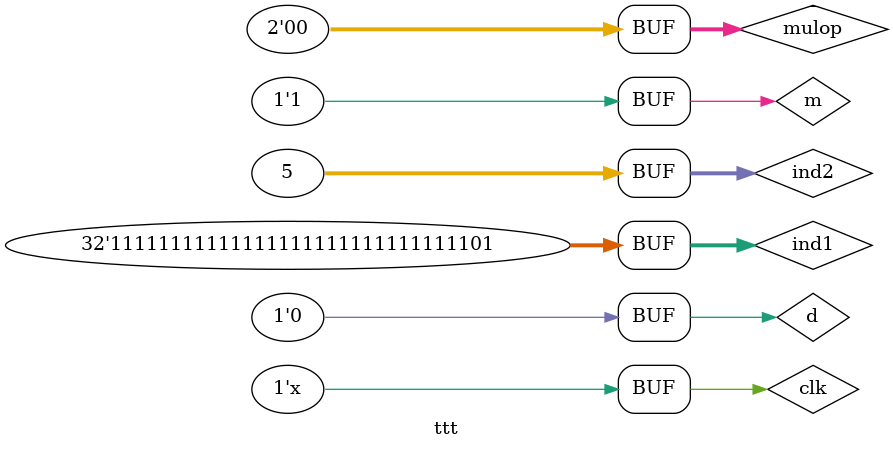
<source format=v>
`timescale 1ns / 1ps


module ttt;

	// Inputs
	reg [31:0] ind1;
	reg [31:0] ind2;
	reg [1:0] mulop;
	reg clk;
	reg m;
	reg d;

	// Outputs
	wire [31:0] hi;
	wire [31:0] lo;

	// Instantiate the Unit Under Test (UUT)
	MUL uut (
		.ind1(ind1), 
		.ind2(ind2), 
		.mulop(mulop), 
		.clk(clk), 
		.m(m), 
		.d(d),
		.hi(hi), 
		.lo(lo)
	);

	initial begin
		// Initialize Inputs
		ind1 = -3;
		ind2 = 5;
		mulop = 0;
		clk = 0;
		m = 1;
		d = 0;

		// Wait 100 ns for global reset to finish
        
		// Add stimulus here

	end
   always #5 clk = ~clk;  
endmodule


</source>
